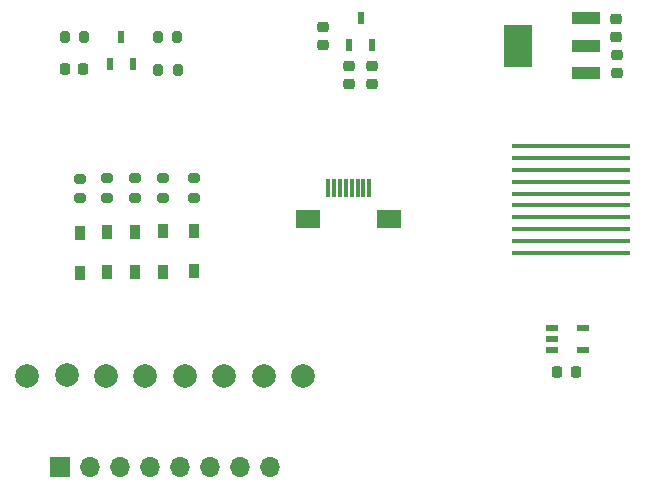
<source format=gts>
%TF.GenerationSoftware,KiCad,Pcbnew,(6.0.8)*%
%TF.CreationDate,2022-10-12T18:40:44+08:00*%
%TF.ProjectId,UINIO-LCD2.4-ST7789,55494e49-4f2d-44c4-9344-322e342d5354,rev?*%
%TF.SameCoordinates,Original*%
%TF.FileFunction,Soldermask,Top*%
%TF.FilePolarity,Negative*%
%FSLAX46Y46*%
G04 Gerber Fmt 4.6, Leading zero omitted, Abs format (unit mm)*
G04 Created by KiCad (PCBNEW (6.0.8)) date 2022-10-12 18:40:44*
%MOMM*%
%LPD*%
G01*
G04 APERTURE LIST*
G04 Aperture macros list*
%AMRoundRect*
0 Rectangle with rounded corners*
0 $1 Rounding radius*
0 $2 $3 $4 $5 $6 $7 $8 $9 X,Y pos of 4 corners*
0 Add a 4 corners polygon primitive as box body*
4,1,4,$2,$3,$4,$5,$6,$7,$8,$9,$2,$3,0*
0 Add four circle primitives for the rounded corners*
1,1,$1+$1,$2,$3*
1,1,$1+$1,$4,$5*
1,1,$1+$1,$6,$7*
1,1,$1+$1,$8,$9*
0 Add four rect primitives between the rounded corners*
20,1,$1+$1,$2,$3,$4,$5,0*
20,1,$1+$1,$4,$5,$6,$7,0*
20,1,$1+$1,$6,$7,$8,$9,0*
20,1,$1+$1,$8,$9,$2,$3,0*%
G04 Aperture macros list end*
%ADD10C,2.000000*%
%ADD11R,0.532000X1.070000*%
%ADD12RoundRect,0.225000X-0.225000X-0.250000X0.225000X-0.250000X0.225000X0.250000X-0.225000X0.250000X0*%
%ADD13RoundRect,0.200000X0.275000X-0.200000X0.275000X0.200000X-0.275000X0.200000X-0.275000X-0.200000X0*%
%ADD14R,1.000000X0.600000*%
%ADD15R,0.950000X1.200000*%
%ADD16RoundRect,0.200000X-0.200000X-0.275000X0.200000X-0.275000X0.200000X0.275000X-0.200000X0.275000X0*%
%ADD17RoundRect,0.105000X-4.895000X0.105000X-4.895000X-0.105000X4.895000X-0.105000X4.895000X0.105000X0*%
%ADD18R,1.700000X1.700000*%
%ADD19O,1.700000X1.700000*%
%ADD20RoundRect,0.225000X0.250000X-0.225000X0.250000X0.225000X-0.250000X0.225000X-0.250000X-0.225000X0*%
%ADD21R,0.300000X1.500000*%
%ADD22R,2.000000X1.500000*%
%ADD23RoundRect,0.200000X0.200000X0.275000X-0.200000X0.275000X-0.200000X-0.275000X0.200000X-0.275000X0*%
%ADD24R,2.366000X0.980000*%
%ADD25R,2.366000X3.600000*%
%ADD26RoundRect,0.225000X-0.250000X0.225000X-0.250000X-0.225000X0.250000X-0.225000X0.250000X0.225000X0*%
G04 APERTURE END LIST*
D10*
%TO.C,TP5*%
X148944284Y-120560000D03*
%TD*%
D11*
%TO.C,U3*%
X162870000Y-92550000D03*
X164770000Y-92550000D03*
X163820000Y-90280000D03*
%TD*%
D12*
%TO.C,C1*%
X180475000Y-120264000D03*
X182025000Y-120264000D03*
%TD*%
D13*
%TO.C,R2*%
X142360000Y-105505000D03*
X142360000Y-103855000D03*
%TD*%
D14*
%TO.C,U1*%
X180020000Y-116484000D03*
X180020000Y-117434000D03*
X180020000Y-118384000D03*
X182620000Y-118384000D03*
X182620000Y-116484000D03*
%TD*%
D13*
%TO.C,R3*%
X144690000Y-105505000D03*
X144690000Y-103855000D03*
%TD*%
D12*
%TO.C,C6*%
X138775000Y-94624500D03*
X140325000Y-94624500D03*
%TD*%
D10*
%TO.C,TP7*%
X155621426Y-120560000D03*
%TD*%
D15*
%TO.C,D2*%
X142380000Y-111807000D03*
X142380000Y-108407000D03*
%TD*%
D10*
%TO.C,TP4*%
X145605713Y-120560000D03*
%TD*%
D16*
%TO.C,R7*%
X138785000Y-91900000D03*
X140435000Y-91900000D03*
%TD*%
D15*
%TO.C,D5*%
X149680000Y-111727000D03*
X149680000Y-108327000D03*
%TD*%
D13*
%TO.C,R4*%
X147090000Y-105505000D03*
X147090000Y-103855000D03*
%TD*%
D17*
%TO.C,U4*%
X181610000Y-101140000D03*
X181610000Y-102140000D03*
X181610000Y-103140000D03*
X181610000Y-104140000D03*
X181610000Y-105140000D03*
X181610000Y-106140000D03*
X181610000Y-107140000D03*
X181610000Y-108140000D03*
X181610000Y-109140000D03*
X181610000Y-110140000D03*
%TD*%
D10*
%TO.C,TP8*%
X158960000Y-120560000D03*
%TD*%
D18*
%TO.C,J1*%
X138355000Y-128310000D03*
D19*
X140895000Y-128310000D03*
X143435000Y-128310000D03*
X145975000Y-128310000D03*
X148515000Y-128310000D03*
X151055000Y-128310000D03*
X153595000Y-128310000D03*
X156135000Y-128310000D03*
%TD*%
D11*
%TO.C,Q1*%
X142625000Y-94180500D03*
X144525000Y-94180500D03*
X143575000Y-91910500D03*
%TD*%
D20*
%TO.C,C4*%
X160620000Y-92580500D03*
X160620000Y-91030500D03*
%TD*%
D15*
%TO.C,D1*%
X140080000Y-111857000D03*
X140080000Y-108457000D03*
%TD*%
D20*
%TO.C,C7*%
X164800000Y-95865500D03*
X164800000Y-94315500D03*
%TD*%
D10*
%TO.C,TP2*%
X138928571Y-120520000D03*
%TD*%
%TO.C,TP3*%
X142267142Y-120560000D03*
%TD*%
D20*
%TO.C,C2*%
X185480000Y-91875000D03*
X185480000Y-90325000D03*
%TD*%
D16*
%TO.C,R8*%
X146655000Y-91885500D03*
X148305000Y-91885500D03*
%TD*%
D10*
%TO.C,TP6*%
X152282855Y-120560000D03*
%TD*%
D21*
%TO.C,CON1*%
X161060000Y-104661500D03*
X161560000Y-104661500D03*
X162060000Y-104661500D03*
X162560000Y-104661500D03*
X163060000Y-104661500D03*
X163560000Y-104661500D03*
X164060000Y-104661500D03*
X164560000Y-104661500D03*
D22*
X166260000Y-107261500D03*
X159360000Y-107261500D03*
%TD*%
D10*
%TO.C,TP1*%
X135590000Y-120570000D03*
%TD*%
D23*
%TO.C,R6*%
X148325000Y-94680000D03*
X146675000Y-94680000D03*
%TD*%
D15*
%TO.C,D4*%
X147095000Y-111742000D03*
X147095000Y-108342000D03*
%TD*%
D20*
%TO.C,C5*%
X162870000Y-95850500D03*
X162870000Y-94300500D03*
%TD*%
D13*
%TO.C,R1*%
X140060000Y-105525000D03*
X140060000Y-103875000D03*
%TD*%
%TO.C,R5*%
X149700000Y-105505000D03*
X149700000Y-103855000D03*
%TD*%
D24*
%TO.C,U2*%
X182913000Y-94910000D03*
X182913000Y-92610000D03*
X182913000Y-90310000D03*
D25*
X177187000Y-92610000D03*
%TD*%
D15*
%TO.C,D3*%
X144700000Y-111757000D03*
X144700000Y-108357000D03*
%TD*%
D26*
%TO.C,C3*%
X185490000Y-93370000D03*
X185490000Y-94920000D03*
%TD*%
M02*

</source>
